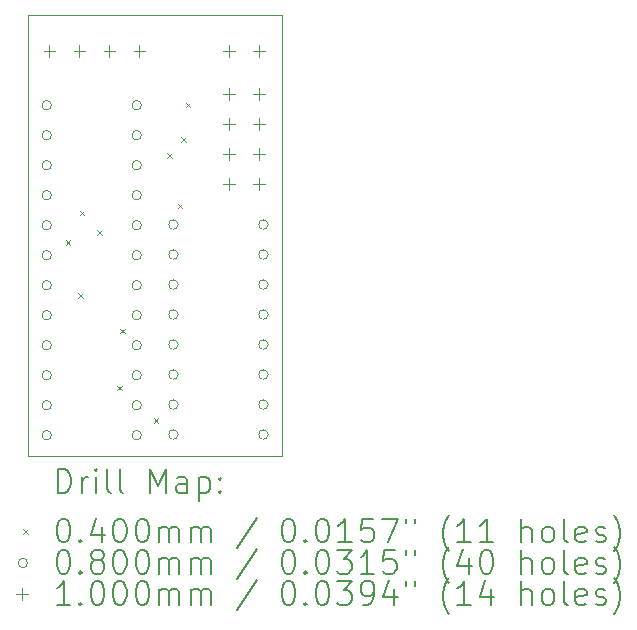
<source format=gbr>
%FSLAX45Y45*%
G04 Gerber Fmt 4.5, Leading zero omitted, Abs format (unit mm)*
G04 Created by KiCad (PCBNEW (6.0.5)) date 2023-10-24 21:46:59*
%MOMM*%
%LPD*%
G01*
G04 APERTURE LIST*
%TA.AperFunction,Profile*%
%ADD10C,0.100000*%
%TD*%
%ADD11C,0.200000*%
%ADD12C,0.040000*%
%ADD13C,0.080000*%
%ADD14C,0.100000*%
G04 APERTURE END LIST*
D10*
X14137640Y-10464800D02*
X16286480Y-10464800D01*
X16286480Y-10464800D02*
X16286480Y-6738620D01*
X16286480Y-6738620D02*
X14137640Y-6738620D01*
X14137640Y-6738620D02*
X14137640Y-10464800D01*
D11*
D12*
X14453980Y-8638900D02*
X14493980Y-8678900D01*
X14493980Y-8638900D02*
X14453980Y-8678900D01*
X14563030Y-9089590D02*
X14603030Y-9129590D01*
X14603030Y-9089590D02*
X14563030Y-9129590D01*
X14573790Y-8391310D02*
X14613790Y-8431310D01*
X14613790Y-8391310D02*
X14573790Y-8431310D01*
X14722690Y-8557550D02*
X14762690Y-8597550D01*
X14762690Y-8557550D02*
X14722690Y-8597550D01*
X14891420Y-9873510D02*
X14931420Y-9913510D01*
X14931420Y-9873510D02*
X14891420Y-9913510D01*
X14918000Y-9390910D02*
X14958000Y-9430910D01*
X14958000Y-9390910D02*
X14918000Y-9430910D01*
X15200730Y-10147630D02*
X15240730Y-10187630D01*
X15240730Y-10147630D02*
X15200730Y-10187630D01*
X15314410Y-7902010D02*
X15354410Y-7942010D01*
X15354410Y-7902010D02*
X15314410Y-7942010D01*
X15403640Y-8331490D02*
X15443640Y-8371490D01*
X15443640Y-8331490D02*
X15403640Y-8371490D01*
X15433590Y-7766210D02*
X15473590Y-7806210D01*
X15473590Y-7766210D02*
X15433590Y-7806210D01*
X15472100Y-7477450D02*
X15512100Y-7517450D01*
X15512100Y-7477450D02*
X15472100Y-7517450D01*
D13*
X14335120Y-7498080D02*
G75*
G03*
X14335120Y-7498080I-40000J0D01*
G01*
X14335120Y-7752080D02*
G75*
G03*
X14335120Y-7752080I-40000J0D01*
G01*
X14335120Y-8006080D02*
G75*
G03*
X14335120Y-8006080I-40000J0D01*
G01*
X14335120Y-8260080D02*
G75*
G03*
X14335120Y-8260080I-40000J0D01*
G01*
X14335120Y-8514080D02*
G75*
G03*
X14335120Y-8514080I-40000J0D01*
G01*
X14335120Y-8768080D02*
G75*
G03*
X14335120Y-8768080I-40000J0D01*
G01*
X14335120Y-9022080D02*
G75*
G03*
X14335120Y-9022080I-40000J0D01*
G01*
X14335120Y-9276080D02*
G75*
G03*
X14335120Y-9276080I-40000J0D01*
G01*
X14335120Y-9530080D02*
G75*
G03*
X14335120Y-9530080I-40000J0D01*
G01*
X14335120Y-9784080D02*
G75*
G03*
X14335120Y-9784080I-40000J0D01*
G01*
X14335120Y-10038080D02*
G75*
G03*
X14335120Y-10038080I-40000J0D01*
G01*
X14335120Y-10292080D02*
G75*
G03*
X14335120Y-10292080I-40000J0D01*
G01*
X15097120Y-7498080D02*
G75*
G03*
X15097120Y-7498080I-40000J0D01*
G01*
X15097120Y-7752080D02*
G75*
G03*
X15097120Y-7752080I-40000J0D01*
G01*
X15097120Y-8006080D02*
G75*
G03*
X15097120Y-8006080I-40000J0D01*
G01*
X15097120Y-8260080D02*
G75*
G03*
X15097120Y-8260080I-40000J0D01*
G01*
X15097120Y-8514080D02*
G75*
G03*
X15097120Y-8514080I-40000J0D01*
G01*
X15097120Y-8768080D02*
G75*
G03*
X15097120Y-8768080I-40000J0D01*
G01*
X15097120Y-9022080D02*
G75*
G03*
X15097120Y-9022080I-40000J0D01*
G01*
X15097120Y-9276080D02*
G75*
G03*
X15097120Y-9276080I-40000J0D01*
G01*
X15097120Y-9530080D02*
G75*
G03*
X15097120Y-9530080I-40000J0D01*
G01*
X15097120Y-9784080D02*
G75*
G03*
X15097120Y-9784080I-40000J0D01*
G01*
X15097120Y-10038080D02*
G75*
G03*
X15097120Y-10038080I-40000J0D01*
G01*
X15097120Y-10292080D02*
G75*
G03*
X15097120Y-10292080I-40000J0D01*
G01*
X15407000Y-8509000D02*
G75*
G03*
X15407000Y-8509000I-40000J0D01*
G01*
X15407000Y-8763000D02*
G75*
G03*
X15407000Y-8763000I-40000J0D01*
G01*
X15407000Y-9017000D02*
G75*
G03*
X15407000Y-9017000I-40000J0D01*
G01*
X15407000Y-9271000D02*
G75*
G03*
X15407000Y-9271000I-40000J0D01*
G01*
X15407000Y-9525000D02*
G75*
G03*
X15407000Y-9525000I-40000J0D01*
G01*
X15407000Y-9779000D02*
G75*
G03*
X15407000Y-9779000I-40000J0D01*
G01*
X15407000Y-10033000D02*
G75*
G03*
X15407000Y-10033000I-40000J0D01*
G01*
X15407000Y-10287000D02*
G75*
G03*
X15407000Y-10287000I-40000J0D01*
G01*
X16169000Y-8509000D02*
G75*
G03*
X16169000Y-8509000I-40000J0D01*
G01*
X16169000Y-8763000D02*
G75*
G03*
X16169000Y-8763000I-40000J0D01*
G01*
X16169000Y-9017000D02*
G75*
G03*
X16169000Y-9017000I-40000J0D01*
G01*
X16169000Y-9271000D02*
G75*
G03*
X16169000Y-9271000I-40000J0D01*
G01*
X16169000Y-9525000D02*
G75*
G03*
X16169000Y-9525000I-40000J0D01*
G01*
X16169000Y-9779000D02*
G75*
G03*
X16169000Y-9779000I-40000J0D01*
G01*
X16169000Y-10033000D02*
G75*
G03*
X16169000Y-10033000I-40000J0D01*
G01*
X16169000Y-10287000D02*
G75*
G03*
X16169000Y-10287000I-40000J0D01*
G01*
D14*
X14317980Y-6988340D02*
X14317980Y-7088340D01*
X14267980Y-7038340D02*
X14367980Y-7038340D01*
X14571980Y-6988340D02*
X14571980Y-7088340D01*
X14521980Y-7038340D02*
X14621980Y-7038340D01*
X14825980Y-6988340D02*
X14825980Y-7088340D01*
X14775980Y-7038340D02*
X14875980Y-7038340D01*
X15079980Y-6988340D02*
X15079980Y-7088340D01*
X15029980Y-7038340D02*
X15129980Y-7038340D01*
X15838940Y-7352560D02*
X15838940Y-7452560D01*
X15788940Y-7402560D02*
X15888940Y-7402560D01*
X15838940Y-7606560D02*
X15838940Y-7706560D01*
X15788940Y-7656560D02*
X15888940Y-7656560D01*
X15838940Y-7860560D02*
X15838940Y-7960560D01*
X15788940Y-7910560D02*
X15888940Y-7910560D01*
X15838940Y-8114560D02*
X15838940Y-8214560D01*
X15788940Y-8164560D02*
X15888940Y-8164560D01*
X15839940Y-6988340D02*
X15839940Y-7088340D01*
X15789940Y-7038340D02*
X15889940Y-7038340D01*
X16092940Y-7352560D02*
X16092940Y-7452560D01*
X16042940Y-7402560D02*
X16142940Y-7402560D01*
X16092940Y-7606560D02*
X16092940Y-7706560D01*
X16042940Y-7656560D02*
X16142940Y-7656560D01*
X16092940Y-7860560D02*
X16092940Y-7960560D01*
X16042940Y-7910560D02*
X16142940Y-7910560D01*
X16092940Y-8114560D02*
X16092940Y-8214560D01*
X16042940Y-8164560D02*
X16142940Y-8164560D01*
X16093940Y-6988340D02*
X16093940Y-7088340D01*
X16043940Y-7038340D02*
X16143940Y-7038340D01*
D11*
X14390259Y-10780276D02*
X14390259Y-10580276D01*
X14437878Y-10580276D01*
X14466449Y-10589800D01*
X14485497Y-10608848D01*
X14495021Y-10627895D01*
X14504545Y-10665990D01*
X14504545Y-10694562D01*
X14495021Y-10732657D01*
X14485497Y-10751705D01*
X14466449Y-10770752D01*
X14437878Y-10780276D01*
X14390259Y-10780276D01*
X14590259Y-10780276D02*
X14590259Y-10646943D01*
X14590259Y-10685038D02*
X14599783Y-10665990D01*
X14609307Y-10656467D01*
X14628354Y-10646943D01*
X14647402Y-10646943D01*
X14714068Y-10780276D02*
X14714068Y-10646943D01*
X14714068Y-10580276D02*
X14704545Y-10589800D01*
X14714068Y-10599324D01*
X14723592Y-10589800D01*
X14714068Y-10580276D01*
X14714068Y-10599324D01*
X14837878Y-10780276D02*
X14818830Y-10770752D01*
X14809307Y-10751705D01*
X14809307Y-10580276D01*
X14942640Y-10780276D02*
X14923592Y-10770752D01*
X14914068Y-10751705D01*
X14914068Y-10580276D01*
X15171211Y-10780276D02*
X15171211Y-10580276D01*
X15237878Y-10723133D01*
X15304545Y-10580276D01*
X15304545Y-10780276D01*
X15485497Y-10780276D02*
X15485497Y-10675514D01*
X15475973Y-10656467D01*
X15456926Y-10646943D01*
X15418830Y-10646943D01*
X15399783Y-10656467D01*
X15485497Y-10770752D02*
X15466449Y-10780276D01*
X15418830Y-10780276D01*
X15399783Y-10770752D01*
X15390259Y-10751705D01*
X15390259Y-10732657D01*
X15399783Y-10713610D01*
X15418830Y-10704086D01*
X15466449Y-10704086D01*
X15485497Y-10694562D01*
X15580735Y-10646943D02*
X15580735Y-10846943D01*
X15580735Y-10656467D02*
X15599783Y-10646943D01*
X15637878Y-10646943D01*
X15656926Y-10656467D01*
X15666449Y-10665990D01*
X15675973Y-10685038D01*
X15675973Y-10742181D01*
X15666449Y-10761229D01*
X15656926Y-10770752D01*
X15637878Y-10780276D01*
X15599783Y-10780276D01*
X15580735Y-10770752D01*
X15761688Y-10761229D02*
X15771211Y-10770752D01*
X15761688Y-10780276D01*
X15752164Y-10770752D01*
X15761688Y-10761229D01*
X15761688Y-10780276D01*
X15761688Y-10656467D02*
X15771211Y-10665990D01*
X15761688Y-10675514D01*
X15752164Y-10665990D01*
X15761688Y-10656467D01*
X15761688Y-10675514D01*
D12*
X14092640Y-11089800D02*
X14132640Y-11129800D01*
X14132640Y-11089800D02*
X14092640Y-11129800D01*
D11*
X14428354Y-11000276D02*
X14447402Y-11000276D01*
X14466449Y-11009800D01*
X14475973Y-11019324D01*
X14485497Y-11038371D01*
X14495021Y-11076467D01*
X14495021Y-11124086D01*
X14485497Y-11162181D01*
X14475973Y-11181229D01*
X14466449Y-11190752D01*
X14447402Y-11200276D01*
X14428354Y-11200276D01*
X14409307Y-11190752D01*
X14399783Y-11181229D01*
X14390259Y-11162181D01*
X14380735Y-11124086D01*
X14380735Y-11076467D01*
X14390259Y-11038371D01*
X14399783Y-11019324D01*
X14409307Y-11009800D01*
X14428354Y-11000276D01*
X14580735Y-11181229D02*
X14590259Y-11190752D01*
X14580735Y-11200276D01*
X14571211Y-11190752D01*
X14580735Y-11181229D01*
X14580735Y-11200276D01*
X14761688Y-11066943D02*
X14761688Y-11200276D01*
X14714068Y-10990752D02*
X14666449Y-11133610D01*
X14790259Y-11133610D01*
X14904545Y-11000276D02*
X14923592Y-11000276D01*
X14942640Y-11009800D01*
X14952164Y-11019324D01*
X14961688Y-11038371D01*
X14971211Y-11076467D01*
X14971211Y-11124086D01*
X14961688Y-11162181D01*
X14952164Y-11181229D01*
X14942640Y-11190752D01*
X14923592Y-11200276D01*
X14904545Y-11200276D01*
X14885497Y-11190752D01*
X14875973Y-11181229D01*
X14866449Y-11162181D01*
X14856926Y-11124086D01*
X14856926Y-11076467D01*
X14866449Y-11038371D01*
X14875973Y-11019324D01*
X14885497Y-11009800D01*
X14904545Y-11000276D01*
X15095021Y-11000276D02*
X15114068Y-11000276D01*
X15133116Y-11009800D01*
X15142640Y-11019324D01*
X15152164Y-11038371D01*
X15161688Y-11076467D01*
X15161688Y-11124086D01*
X15152164Y-11162181D01*
X15142640Y-11181229D01*
X15133116Y-11190752D01*
X15114068Y-11200276D01*
X15095021Y-11200276D01*
X15075973Y-11190752D01*
X15066449Y-11181229D01*
X15056926Y-11162181D01*
X15047402Y-11124086D01*
X15047402Y-11076467D01*
X15056926Y-11038371D01*
X15066449Y-11019324D01*
X15075973Y-11009800D01*
X15095021Y-11000276D01*
X15247402Y-11200276D02*
X15247402Y-11066943D01*
X15247402Y-11085990D02*
X15256926Y-11076467D01*
X15275973Y-11066943D01*
X15304545Y-11066943D01*
X15323592Y-11076467D01*
X15333116Y-11095514D01*
X15333116Y-11200276D01*
X15333116Y-11095514D02*
X15342640Y-11076467D01*
X15361688Y-11066943D01*
X15390259Y-11066943D01*
X15409307Y-11076467D01*
X15418830Y-11095514D01*
X15418830Y-11200276D01*
X15514068Y-11200276D02*
X15514068Y-11066943D01*
X15514068Y-11085990D02*
X15523592Y-11076467D01*
X15542640Y-11066943D01*
X15571211Y-11066943D01*
X15590259Y-11076467D01*
X15599783Y-11095514D01*
X15599783Y-11200276D01*
X15599783Y-11095514D02*
X15609307Y-11076467D01*
X15628354Y-11066943D01*
X15656926Y-11066943D01*
X15675973Y-11076467D01*
X15685497Y-11095514D01*
X15685497Y-11200276D01*
X16075973Y-10990752D02*
X15904545Y-11247895D01*
X16333116Y-11000276D02*
X16352164Y-11000276D01*
X16371211Y-11009800D01*
X16380735Y-11019324D01*
X16390259Y-11038371D01*
X16399783Y-11076467D01*
X16399783Y-11124086D01*
X16390259Y-11162181D01*
X16380735Y-11181229D01*
X16371211Y-11190752D01*
X16352164Y-11200276D01*
X16333116Y-11200276D01*
X16314068Y-11190752D01*
X16304545Y-11181229D01*
X16295021Y-11162181D01*
X16285497Y-11124086D01*
X16285497Y-11076467D01*
X16295021Y-11038371D01*
X16304545Y-11019324D01*
X16314068Y-11009800D01*
X16333116Y-11000276D01*
X16485497Y-11181229D02*
X16495021Y-11190752D01*
X16485497Y-11200276D01*
X16475973Y-11190752D01*
X16485497Y-11181229D01*
X16485497Y-11200276D01*
X16618830Y-11000276D02*
X16637878Y-11000276D01*
X16656926Y-11009800D01*
X16666449Y-11019324D01*
X16675973Y-11038371D01*
X16685497Y-11076467D01*
X16685497Y-11124086D01*
X16675973Y-11162181D01*
X16666449Y-11181229D01*
X16656926Y-11190752D01*
X16637878Y-11200276D01*
X16618830Y-11200276D01*
X16599783Y-11190752D01*
X16590259Y-11181229D01*
X16580735Y-11162181D01*
X16571211Y-11124086D01*
X16571211Y-11076467D01*
X16580735Y-11038371D01*
X16590259Y-11019324D01*
X16599783Y-11009800D01*
X16618830Y-11000276D01*
X16875973Y-11200276D02*
X16761688Y-11200276D01*
X16818830Y-11200276D02*
X16818830Y-11000276D01*
X16799783Y-11028848D01*
X16780735Y-11047895D01*
X16761688Y-11057419D01*
X17056926Y-11000276D02*
X16961688Y-11000276D01*
X16952164Y-11095514D01*
X16961688Y-11085990D01*
X16980735Y-11076467D01*
X17028354Y-11076467D01*
X17047402Y-11085990D01*
X17056926Y-11095514D01*
X17066450Y-11114562D01*
X17066450Y-11162181D01*
X17056926Y-11181229D01*
X17047402Y-11190752D01*
X17028354Y-11200276D01*
X16980735Y-11200276D01*
X16961688Y-11190752D01*
X16952164Y-11181229D01*
X17133116Y-11000276D02*
X17266450Y-11000276D01*
X17180735Y-11200276D01*
X17333116Y-11000276D02*
X17333116Y-11038371D01*
X17409307Y-11000276D02*
X17409307Y-11038371D01*
X17704545Y-11276467D02*
X17695021Y-11266943D01*
X17675973Y-11238371D01*
X17666450Y-11219324D01*
X17656926Y-11190752D01*
X17647402Y-11143133D01*
X17647402Y-11105038D01*
X17656926Y-11057419D01*
X17666450Y-11028848D01*
X17675973Y-11009800D01*
X17695021Y-10981229D01*
X17704545Y-10971705D01*
X17885497Y-11200276D02*
X17771211Y-11200276D01*
X17828354Y-11200276D02*
X17828354Y-11000276D01*
X17809307Y-11028848D01*
X17790259Y-11047895D01*
X17771211Y-11057419D01*
X18075973Y-11200276D02*
X17961688Y-11200276D01*
X18018830Y-11200276D02*
X18018830Y-11000276D01*
X17999783Y-11028848D01*
X17980735Y-11047895D01*
X17961688Y-11057419D01*
X18314069Y-11200276D02*
X18314069Y-11000276D01*
X18399783Y-11200276D02*
X18399783Y-11095514D01*
X18390259Y-11076467D01*
X18371211Y-11066943D01*
X18342640Y-11066943D01*
X18323592Y-11076467D01*
X18314069Y-11085990D01*
X18523592Y-11200276D02*
X18504545Y-11190752D01*
X18495021Y-11181229D01*
X18485497Y-11162181D01*
X18485497Y-11105038D01*
X18495021Y-11085990D01*
X18504545Y-11076467D01*
X18523592Y-11066943D01*
X18552164Y-11066943D01*
X18571211Y-11076467D01*
X18580735Y-11085990D01*
X18590259Y-11105038D01*
X18590259Y-11162181D01*
X18580735Y-11181229D01*
X18571211Y-11190752D01*
X18552164Y-11200276D01*
X18523592Y-11200276D01*
X18704545Y-11200276D02*
X18685497Y-11190752D01*
X18675973Y-11171705D01*
X18675973Y-11000276D01*
X18856926Y-11190752D02*
X18837878Y-11200276D01*
X18799783Y-11200276D01*
X18780735Y-11190752D01*
X18771211Y-11171705D01*
X18771211Y-11095514D01*
X18780735Y-11076467D01*
X18799783Y-11066943D01*
X18837878Y-11066943D01*
X18856926Y-11076467D01*
X18866450Y-11095514D01*
X18866450Y-11114562D01*
X18771211Y-11133610D01*
X18942640Y-11190752D02*
X18961688Y-11200276D01*
X18999783Y-11200276D01*
X19018830Y-11190752D01*
X19028354Y-11171705D01*
X19028354Y-11162181D01*
X19018830Y-11143133D01*
X18999783Y-11133610D01*
X18971211Y-11133610D01*
X18952164Y-11124086D01*
X18942640Y-11105038D01*
X18942640Y-11095514D01*
X18952164Y-11076467D01*
X18971211Y-11066943D01*
X18999783Y-11066943D01*
X19018830Y-11076467D01*
X19095021Y-11276467D02*
X19104545Y-11266943D01*
X19123592Y-11238371D01*
X19133116Y-11219324D01*
X19142640Y-11190752D01*
X19152164Y-11143133D01*
X19152164Y-11105038D01*
X19142640Y-11057419D01*
X19133116Y-11028848D01*
X19123592Y-11009800D01*
X19104545Y-10981229D01*
X19095021Y-10971705D01*
D13*
X14132640Y-11373800D02*
G75*
G03*
X14132640Y-11373800I-40000J0D01*
G01*
D11*
X14428354Y-11264276D02*
X14447402Y-11264276D01*
X14466449Y-11273800D01*
X14475973Y-11283324D01*
X14485497Y-11302371D01*
X14495021Y-11340467D01*
X14495021Y-11388086D01*
X14485497Y-11426181D01*
X14475973Y-11445228D01*
X14466449Y-11454752D01*
X14447402Y-11464276D01*
X14428354Y-11464276D01*
X14409307Y-11454752D01*
X14399783Y-11445228D01*
X14390259Y-11426181D01*
X14380735Y-11388086D01*
X14380735Y-11340467D01*
X14390259Y-11302371D01*
X14399783Y-11283324D01*
X14409307Y-11273800D01*
X14428354Y-11264276D01*
X14580735Y-11445228D02*
X14590259Y-11454752D01*
X14580735Y-11464276D01*
X14571211Y-11454752D01*
X14580735Y-11445228D01*
X14580735Y-11464276D01*
X14704545Y-11349990D02*
X14685497Y-11340467D01*
X14675973Y-11330943D01*
X14666449Y-11311895D01*
X14666449Y-11302371D01*
X14675973Y-11283324D01*
X14685497Y-11273800D01*
X14704545Y-11264276D01*
X14742640Y-11264276D01*
X14761688Y-11273800D01*
X14771211Y-11283324D01*
X14780735Y-11302371D01*
X14780735Y-11311895D01*
X14771211Y-11330943D01*
X14761688Y-11340467D01*
X14742640Y-11349990D01*
X14704545Y-11349990D01*
X14685497Y-11359514D01*
X14675973Y-11369038D01*
X14666449Y-11388086D01*
X14666449Y-11426181D01*
X14675973Y-11445228D01*
X14685497Y-11454752D01*
X14704545Y-11464276D01*
X14742640Y-11464276D01*
X14761688Y-11454752D01*
X14771211Y-11445228D01*
X14780735Y-11426181D01*
X14780735Y-11388086D01*
X14771211Y-11369038D01*
X14761688Y-11359514D01*
X14742640Y-11349990D01*
X14904545Y-11264276D02*
X14923592Y-11264276D01*
X14942640Y-11273800D01*
X14952164Y-11283324D01*
X14961688Y-11302371D01*
X14971211Y-11340467D01*
X14971211Y-11388086D01*
X14961688Y-11426181D01*
X14952164Y-11445228D01*
X14942640Y-11454752D01*
X14923592Y-11464276D01*
X14904545Y-11464276D01*
X14885497Y-11454752D01*
X14875973Y-11445228D01*
X14866449Y-11426181D01*
X14856926Y-11388086D01*
X14856926Y-11340467D01*
X14866449Y-11302371D01*
X14875973Y-11283324D01*
X14885497Y-11273800D01*
X14904545Y-11264276D01*
X15095021Y-11264276D02*
X15114068Y-11264276D01*
X15133116Y-11273800D01*
X15142640Y-11283324D01*
X15152164Y-11302371D01*
X15161688Y-11340467D01*
X15161688Y-11388086D01*
X15152164Y-11426181D01*
X15142640Y-11445228D01*
X15133116Y-11454752D01*
X15114068Y-11464276D01*
X15095021Y-11464276D01*
X15075973Y-11454752D01*
X15066449Y-11445228D01*
X15056926Y-11426181D01*
X15047402Y-11388086D01*
X15047402Y-11340467D01*
X15056926Y-11302371D01*
X15066449Y-11283324D01*
X15075973Y-11273800D01*
X15095021Y-11264276D01*
X15247402Y-11464276D02*
X15247402Y-11330943D01*
X15247402Y-11349990D02*
X15256926Y-11340467D01*
X15275973Y-11330943D01*
X15304545Y-11330943D01*
X15323592Y-11340467D01*
X15333116Y-11359514D01*
X15333116Y-11464276D01*
X15333116Y-11359514D02*
X15342640Y-11340467D01*
X15361688Y-11330943D01*
X15390259Y-11330943D01*
X15409307Y-11340467D01*
X15418830Y-11359514D01*
X15418830Y-11464276D01*
X15514068Y-11464276D02*
X15514068Y-11330943D01*
X15514068Y-11349990D02*
X15523592Y-11340467D01*
X15542640Y-11330943D01*
X15571211Y-11330943D01*
X15590259Y-11340467D01*
X15599783Y-11359514D01*
X15599783Y-11464276D01*
X15599783Y-11359514D02*
X15609307Y-11340467D01*
X15628354Y-11330943D01*
X15656926Y-11330943D01*
X15675973Y-11340467D01*
X15685497Y-11359514D01*
X15685497Y-11464276D01*
X16075973Y-11254752D02*
X15904545Y-11511895D01*
X16333116Y-11264276D02*
X16352164Y-11264276D01*
X16371211Y-11273800D01*
X16380735Y-11283324D01*
X16390259Y-11302371D01*
X16399783Y-11340467D01*
X16399783Y-11388086D01*
X16390259Y-11426181D01*
X16380735Y-11445228D01*
X16371211Y-11454752D01*
X16352164Y-11464276D01*
X16333116Y-11464276D01*
X16314068Y-11454752D01*
X16304545Y-11445228D01*
X16295021Y-11426181D01*
X16285497Y-11388086D01*
X16285497Y-11340467D01*
X16295021Y-11302371D01*
X16304545Y-11283324D01*
X16314068Y-11273800D01*
X16333116Y-11264276D01*
X16485497Y-11445228D02*
X16495021Y-11454752D01*
X16485497Y-11464276D01*
X16475973Y-11454752D01*
X16485497Y-11445228D01*
X16485497Y-11464276D01*
X16618830Y-11264276D02*
X16637878Y-11264276D01*
X16656926Y-11273800D01*
X16666449Y-11283324D01*
X16675973Y-11302371D01*
X16685497Y-11340467D01*
X16685497Y-11388086D01*
X16675973Y-11426181D01*
X16666449Y-11445228D01*
X16656926Y-11454752D01*
X16637878Y-11464276D01*
X16618830Y-11464276D01*
X16599783Y-11454752D01*
X16590259Y-11445228D01*
X16580735Y-11426181D01*
X16571211Y-11388086D01*
X16571211Y-11340467D01*
X16580735Y-11302371D01*
X16590259Y-11283324D01*
X16599783Y-11273800D01*
X16618830Y-11264276D01*
X16752164Y-11264276D02*
X16875973Y-11264276D01*
X16809307Y-11340467D01*
X16837878Y-11340467D01*
X16856926Y-11349990D01*
X16866450Y-11359514D01*
X16875973Y-11378562D01*
X16875973Y-11426181D01*
X16866450Y-11445228D01*
X16856926Y-11454752D01*
X16837878Y-11464276D01*
X16780735Y-11464276D01*
X16761688Y-11454752D01*
X16752164Y-11445228D01*
X17066450Y-11464276D02*
X16952164Y-11464276D01*
X17009307Y-11464276D02*
X17009307Y-11264276D01*
X16990259Y-11292848D01*
X16971211Y-11311895D01*
X16952164Y-11321419D01*
X17247402Y-11264276D02*
X17152164Y-11264276D01*
X17142640Y-11359514D01*
X17152164Y-11349990D01*
X17171211Y-11340467D01*
X17218830Y-11340467D01*
X17237878Y-11349990D01*
X17247402Y-11359514D01*
X17256926Y-11378562D01*
X17256926Y-11426181D01*
X17247402Y-11445228D01*
X17237878Y-11454752D01*
X17218830Y-11464276D01*
X17171211Y-11464276D01*
X17152164Y-11454752D01*
X17142640Y-11445228D01*
X17333116Y-11264276D02*
X17333116Y-11302371D01*
X17409307Y-11264276D02*
X17409307Y-11302371D01*
X17704545Y-11540467D02*
X17695021Y-11530943D01*
X17675973Y-11502371D01*
X17666450Y-11483324D01*
X17656926Y-11454752D01*
X17647402Y-11407133D01*
X17647402Y-11369038D01*
X17656926Y-11321419D01*
X17666450Y-11292848D01*
X17675973Y-11273800D01*
X17695021Y-11245228D01*
X17704545Y-11235705D01*
X17866450Y-11330943D02*
X17866450Y-11464276D01*
X17818830Y-11254752D02*
X17771211Y-11397609D01*
X17895021Y-11397609D01*
X18009307Y-11264276D02*
X18028354Y-11264276D01*
X18047402Y-11273800D01*
X18056926Y-11283324D01*
X18066450Y-11302371D01*
X18075973Y-11340467D01*
X18075973Y-11388086D01*
X18066450Y-11426181D01*
X18056926Y-11445228D01*
X18047402Y-11454752D01*
X18028354Y-11464276D01*
X18009307Y-11464276D01*
X17990259Y-11454752D01*
X17980735Y-11445228D01*
X17971211Y-11426181D01*
X17961688Y-11388086D01*
X17961688Y-11340467D01*
X17971211Y-11302371D01*
X17980735Y-11283324D01*
X17990259Y-11273800D01*
X18009307Y-11264276D01*
X18314069Y-11464276D02*
X18314069Y-11264276D01*
X18399783Y-11464276D02*
X18399783Y-11359514D01*
X18390259Y-11340467D01*
X18371211Y-11330943D01*
X18342640Y-11330943D01*
X18323592Y-11340467D01*
X18314069Y-11349990D01*
X18523592Y-11464276D02*
X18504545Y-11454752D01*
X18495021Y-11445228D01*
X18485497Y-11426181D01*
X18485497Y-11369038D01*
X18495021Y-11349990D01*
X18504545Y-11340467D01*
X18523592Y-11330943D01*
X18552164Y-11330943D01*
X18571211Y-11340467D01*
X18580735Y-11349990D01*
X18590259Y-11369038D01*
X18590259Y-11426181D01*
X18580735Y-11445228D01*
X18571211Y-11454752D01*
X18552164Y-11464276D01*
X18523592Y-11464276D01*
X18704545Y-11464276D02*
X18685497Y-11454752D01*
X18675973Y-11435705D01*
X18675973Y-11264276D01*
X18856926Y-11454752D02*
X18837878Y-11464276D01*
X18799783Y-11464276D01*
X18780735Y-11454752D01*
X18771211Y-11435705D01*
X18771211Y-11359514D01*
X18780735Y-11340467D01*
X18799783Y-11330943D01*
X18837878Y-11330943D01*
X18856926Y-11340467D01*
X18866450Y-11359514D01*
X18866450Y-11378562D01*
X18771211Y-11397609D01*
X18942640Y-11454752D02*
X18961688Y-11464276D01*
X18999783Y-11464276D01*
X19018830Y-11454752D01*
X19028354Y-11435705D01*
X19028354Y-11426181D01*
X19018830Y-11407133D01*
X18999783Y-11397609D01*
X18971211Y-11397609D01*
X18952164Y-11388086D01*
X18942640Y-11369038D01*
X18942640Y-11359514D01*
X18952164Y-11340467D01*
X18971211Y-11330943D01*
X18999783Y-11330943D01*
X19018830Y-11340467D01*
X19095021Y-11540467D02*
X19104545Y-11530943D01*
X19123592Y-11502371D01*
X19133116Y-11483324D01*
X19142640Y-11454752D01*
X19152164Y-11407133D01*
X19152164Y-11369038D01*
X19142640Y-11321419D01*
X19133116Y-11292848D01*
X19123592Y-11273800D01*
X19104545Y-11245228D01*
X19095021Y-11235705D01*
D14*
X14082640Y-11587800D02*
X14082640Y-11687800D01*
X14032640Y-11637800D02*
X14132640Y-11637800D01*
D11*
X14495021Y-11728276D02*
X14380735Y-11728276D01*
X14437878Y-11728276D02*
X14437878Y-11528276D01*
X14418830Y-11556848D01*
X14399783Y-11575895D01*
X14380735Y-11585419D01*
X14580735Y-11709228D02*
X14590259Y-11718752D01*
X14580735Y-11728276D01*
X14571211Y-11718752D01*
X14580735Y-11709228D01*
X14580735Y-11728276D01*
X14714068Y-11528276D02*
X14733116Y-11528276D01*
X14752164Y-11537800D01*
X14761688Y-11547324D01*
X14771211Y-11566371D01*
X14780735Y-11604467D01*
X14780735Y-11652086D01*
X14771211Y-11690181D01*
X14761688Y-11709228D01*
X14752164Y-11718752D01*
X14733116Y-11728276D01*
X14714068Y-11728276D01*
X14695021Y-11718752D01*
X14685497Y-11709228D01*
X14675973Y-11690181D01*
X14666449Y-11652086D01*
X14666449Y-11604467D01*
X14675973Y-11566371D01*
X14685497Y-11547324D01*
X14695021Y-11537800D01*
X14714068Y-11528276D01*
X14904545Y-11528276D02*
X14923592Y-11528276D01*
X14942640Y-11537800D01*
X14952164Y-11547324D01*
X14961688Y-11566371D01*
X14971211Y-11604467D01*
X14971211Y-11652086D01*
X14961688Y-11690181D01*
X14952164Y-11709228D01*
X14942640Y-11718752D01*
X14923592Y-11728276D01*
X14904545Y-11728276D01*
X14885497Y-11718752D01*
X14875973Y-11709228D01*
X14866449Y-11690181D01*
X14856926Y-11652086D01*
X14856926Y-11604467D01*
X14866449Y-11566371D01*
X14875973Y-11547324D01*
X14885497Y-11537800D01*
X14904545Y-11528276D01*
X15095021Y-11528276D02*
X15114068Y-11528276D01*
X15133116Y-11537800D01*
X15142640Y-11547324D01*
X15152164Y-11566371D01*
X15161688Y-11604467D01*
X15161688Y-11652086D01*
X15152164Y-11690181D01*
X15142640Y-11709228D01*
X15133116Y-11718752D01*
X15114068Y-11728276D01*
X15095021Y-11728276D01*
X15075973Y-11718752D01*
X15066449Y-11709228D01*
X15056926Y-11690181D01*
X15047402Y-11652086D01*
X15047402Y-11604467D01*
X15056926Y-11566371D01*
X15066449Y-11547324D01*
X15075973Y-11537800D01*
X15095021Y-11528276D01*
X15247402Y-11728276D02*
X15247402Y-11594943D01*
X15247402Y-11613990D02*
X15256926Y-11604467D01*
X15275973Y-11594943D01*
X15304545Y-11594943D01*
X15323592Y-11604467D01*
X15333116Y-11623514D01*
X15333116Y-11728276D01*
X15333116Y-11623514D02*
X15342640Y-11604467D01*
X15361688Y-11594943D01*
X15390259Y-11594943D01*
X15409307Y-11604467D01*
X15418830Y-11623514D01*
X15418830Y-11728276D01*
X15514068Y-11728276D02*
X15514068Y-11594943D01*
X15514068Y-11613990D02*
X15523592Y-11604467D01*
X15542640Y-11594943D01*
X15571211Y-11594943D01*
X15590259Y-11604467D01*
X15599783Y-11623514D01*
X15599783Y-11728276D01*
X15599783Y-11623514D02*
X15609307Y-11604467D01*
X15628354Y-11594943D01*
X15656926Y-11594943D01*
X15675973Y-11604467D01*
X15685497Y-11623514D01*
X15685497Y-11728276D01*
X16075973Y-11518752D02*
X15904545Y-11775895D01*
X16333116Y-11528276D02*
X16352164Y-11528276D01*
X16371211Y-11537800D01*
X16380735Y-11547324D01*
X16390259Y-11566371D01*
X16399783Y-11604467D01*
X16399783Y-11652086D01*
X16390259Y-11690181D01*
X16380735Y-11709228D01*
X16371211Y-11718752D01*
X16352164Y-11728276D01*
X16333116Y-11728276D01*
X16314068Y-11718752D01*
X16304545Y-11709228D01*
X16295021Y-11690181D01*
X16285497Y-11652086D01*
X16285497Y-11604467D01*
X16295021Y-11566371D01*
X16304545Y-11547324D01*
X16314068Y-11537800D01*
X16333116Y-11528276D01*
X16485497Y-11709228D02*
X16495021Y-11718752D01*
X16485497Y-11728276D01*
X16475973Y-11718752D01*
X16485497Y-11709228D01*
X16485497Y-11728276D01*
X16618830Y-11528276D02*
X16637878Y-11528276D01*
X16656926Y-11537800D01*
X16666449Y-11547324D01*
X16675973Y-11566371D01*
X16685497Y-11604467D01*
X16685497Y-11652086D01*
X16675973Y-11690181D01*
X16666449Y-11709228D01*
X16656926Y-11718752D01*
X16637878Y-11728276D01*
X16618830Y-11728276D01*
X16599783Y-11718752D01*
X16590259Y-11709228D01*
X16580735Y-11690181D01*
X16571211Y-11652086D01*
X16571211Y-11604467D01*
X16580735Y-11566371D01*
X16590259Y-11547324D01*
X16599783Y-11537800D01*
X16618830Y-11528276D01*
X16752164Y-11528276D02*
X16875973Y-11528276D01*
X16809307Y-11604467D01*
X16837878Y-11604467D01*
X16856926Y-11613990D01*
X16866450Y-11623514D01*
X16875973Y-11642562D01*
X16875973Y-11690181D01*
X16866450Y-11709228D01*
X16856926Y-11718752D01*
X16837878Y-11728276D01*
X16780735Y-11728276D01*
X16761688Y-11718752D01*
X16752164Y-11709228D01*
X16971211Y-11728276D02*
X17009307Y-11728276D01*
X17028354Y-11718752D01*
X17037878Y-11709228D01*
X17056926Y-11680657D01*
X17066450Y-11642562D01*
X17066450Y-11566371D01*
X17056926Y-11547324D01*
X17047402Y-11537800D01*
X17028354Y-11528276D01*
X16990259Y-11528276D01*
X16971211Y-11537800D01*
X16961688Y-11547324D01*
X16952164Y-11566371D01*
X16952164Y-11613990D01*
X16961688Y-11633038D01*
X16971211Y-11642562D01*
X16990259Y-11652086D01*
X17028354Y-11652086D01*
X17047402Y-11642562D01*
X17056926Y-11633038D01*
X17066450Y-11613990D01*
X17237878Y-11594943D02*
X17237878Y-11728276D01*
X17190259Y-11518752D02*
X17142640Y-11661609D01*
X17266450Y-11661609D01*
X17333116Y-11528276D02*
X17333116Y-11566371D01*
X17409307Y-11528276D02*
X17409307Y-11566371D01*
X17704545Y-11804467D02*
X17695021Y-11794943D01*
X17675973Y-11766371D01*
X17666450Y-11747324D01*
X17656926Y-11718752D01*
X17647402Y-11671133D01*
X17647402Y-11633038D01*
X17656926Y-11585419D01*
X17666450Y-11556848D01*
X17675973Y-11537800D01*
X17695021Y-11509228D01*
X17704545Y-11499705D01*
X17885497Y-11728276D02*
X17771211Y-11728276D01*
X17828354Y-11728276D02*
X17828354Y-11528276D01*
X17809307Y-11556848D01*
X17790259Y-11575895D01*
X17771211Y-11585419D01*
X18056926Y-11594943D02*
X18056926Y-11728276D01*
X18009307Y-11518752D02*
X17961688Y-11661609D01*
X18085497Y-11661609D01*
X18314069Y-11728276D02*
X18314069Y-11528276D01*
X18399783Y-11728276D02*
X18399783Y-11623514D01*
X18390259Y-11604467D01*
X18371211Y-11594943D01*
X18342640Y-11594943D01*
X18323592Y-11604467D01*
X18314069Y-11613990D01*
X18523592Y-11728276D02*
X18504545Y-11718752D01*
X18495021Y-11709228D01*
X18485497Y-11690181D01*
X18485497Y-11633038D01*
X18495021Y-11613990D01*
X18504545Y-11604467D01*
X18523592Y-11594943D01*
X18552164Y-11594943D01*
X18571211Y-11604467D01*
X18580735Y-11613990D01*
X18590259Y-11633038D01*
X18590259Y-11690181D01*
X18580735Y-11709228D01*
X18571211Y-11718752D01*
X18552164Y-11728276D01*
X18523592Y-11728276D01*
X18704545Y-11728276D02*
X18685497Y-11718752D01*
X18675973Y-11699705D01*
X18675973Y-11528276D01*
X18856926Y-11718752D02*
X18837878Y-11728276D01*
X18799783Y-11728276D01*
X18780735Y-11718752D01*
X18771211Y-11699705D01*
X18771211Y-11623514D01*
X18780735Y-11604467D01*
X18799783Y-11594943D01*
X18837878Y-11594943D01*
X18856926Y-11604467D01*
X18866450Y-11623514D01*
X18866450Y-11642562D01*
X18771211Y-11661609D01*
X18942640Y-11718752D02*
X18961688Y-11728276D01*
X18999783Y-11728276D01*
X19018830Y-11718752D01*
X19028354Y-11699705D01*
X19028354Y-11690181D01*
X19018830Y-11671133D01*
X18999783Y-11661609D01*
X18971211Y-11661609D01*
X18952164Y-11652086D01*
X18942640Y-11633038D01*
X18942640Y-11623514D01*
X18952164Y-11604467D01*
X18971211Y-11594943D01*
X18999783Y-11594943D01*
X19018830Y-11604467D01*
X19095021Y-11804467D02*
X19104545Y-11794943D01*
X19123592Y-11766371D01*
X19133116Y-11747324D01*
X19142640Y-11718752D01*
X19152164Y-11671133D01*
X19152164Y-11633038D01*
X19142640Y-11585419D01*
X19133116Y-11556848D01*
X19123592Y-11537800D01*
X19104545Y-11509228D01*
X19095021Y-11499705D01*
M02*

</source>
